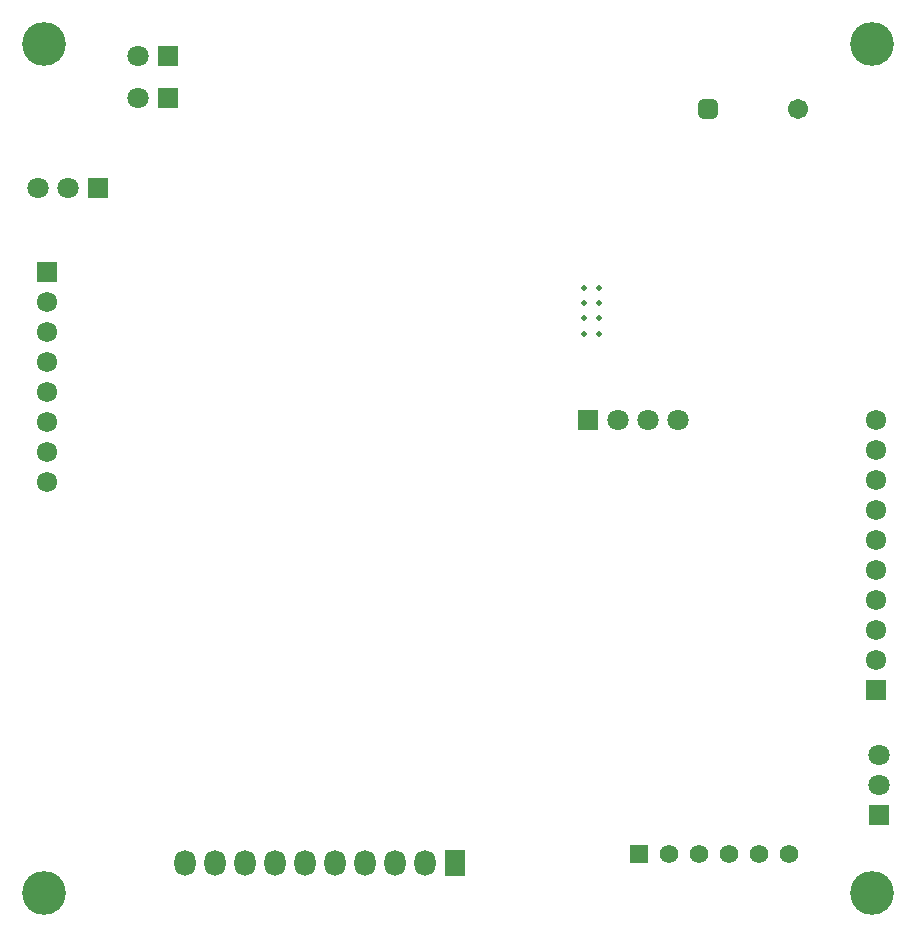
<source format=gbs>
G04*
G04 #@! TF.GenerationSoftware,Altium Limited,Altium Designer,24.1.2 (44)*
G04*
G04 Layer_Color=16711935*
%FSLAX25Y25*%
%MOIN*%
G70*
G04*
G04 #@! TF.SameCoordinates,9E04AB5A-7F44-4484-A11C-FDF8A6245F59*
G04*
G04*
G04 #@! TF.FilePolarity,Negative*
G04*
G01*
G75*
%ADD51C,0.14600*%
%ADD52O,0.07099X0.08674*%
%ADD53R,0.07099X0.08674*%
%ADD54C,0.06181*%
%ADD55R,0.06181X0.06181*%
%ADD56C,0.07099*%
%ADD57R,0.07099X0.07099*%
G04:AMPARAMS|DCode=58|XSize=67.06mil|YSize=67.06mil|CornerRadius=18.76mil|HoleSize=0mil|Usage=FLASHONLY|Rotation=0.000|XOffset=0mil|YOffset=0mil|HoleType=Round|Shape=RoundedRectangle|*
%AMROUNDEDRECTD58*
21,1,0.06706,0.02953,0,0,0.0*
21,1,0.02953,0.06706,0,0,0.0*
1,1,0.03753,0.01476,-0.01476*
1,1,0.03753,-0.01476,-0.01476*
1,1,0.03753,-0.01476,0.01476*
1,1,0.03753,0.01476,0.01476*
%
%ADD58ROUNDEDRECTD58*%
%ADD59C,0.06706*%
%ADD60C,0.06784*%
%ADD61R,0.06784X0.06784*%
%ADD62R,0.07099X0.07099*%
%ADD63C,0.01968*%
D51*
X9500Y84000D02*
D03*
X285500D02*
D03*
Y367000D02*
D03*
X9500D02*
D03*
D52*
X56500Y94000D02*
D03*
X66500D02*
D03*
X76500D02*
D03*
X86500D02*
D03*
X96500D02*
D03*
X106500D02*
D03*
X116500D02*
D03*
X126500D02*
D03*
X136500D02*
D03*
D53*
X146500D02*
D03*
D54*
X258000Y96874D02*
D03*
X248000D02*
D03*
X238000D02*
D03*
X228000D02*
D03*
X218000D02*
D03*
D55*
X208000D02*
D03*
D56*
X41000Y349000D02*
D03*
X221000Y241500D02*
D03*
X211000D02*
D03*
X201000D02*
D03*
X288000Y120000D02*
D03*
Y130000D02*
D03*
X17500Y319000D02*
D03*
X7500D02*
D03*
X41000Y363000D02*
D03*
D57*
X51000Y349000D02*
D03*
X191000Y241500D02*
D03*
X27500Y319000D02*
D03*
X51000Y363000D02*
D03*
D58*
X230842Y345383D02*
D03*
D59*
X260842D02*
D03*
D60*
X287000Y211500D02*
D03*
Y171500D02*
D03*
Y161500D02*
D03*
Y181500D02*
D03*
Y191500D02*
D03*
Y201500D02*
D03*
Y221500D02*
D03*
Y231500D02*
D03*
Y241500D02*
D03*
X10500Y221000D02*
D03*
Y231000D02*
D03*
Y271000D02*
D03*
Y281000D02*
D03*
Y261000D02*
D03*
Y251000D02*
D03*
Y241000D02*
D03*
D61*
X287000Y151500D02*
D03*
X10500Y291000D02*
D03*
D62*
X288000Y110000D02*
D03*
D63*
X194559Y270323D02*
D03*
X189441D02*
D03*
X194559Y275441D02*
D03*
X189441D02*
D03*
X194559Y280559D02*
D03*
X189441D02*
D03*
X194559Y285677D02*
D03*
X189441D02*
D03*
M02*

</source>
